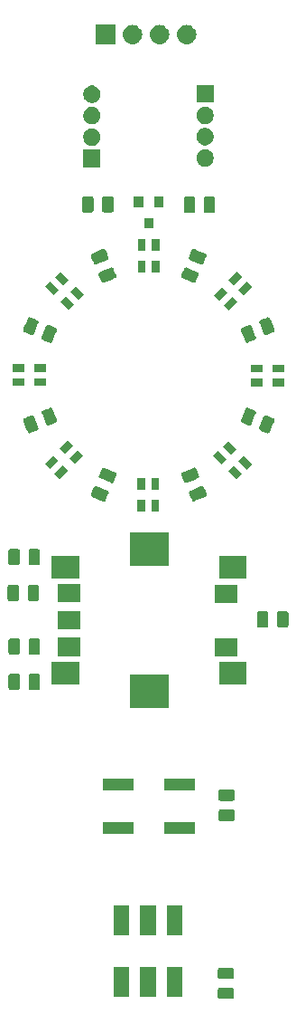
<source format=gbr>
G04 #@! TF.GenerationSoftware,KiCad,Pcbnew,(5.1.0-0)*
G04 #@! TF.CreationDate,2020-01-22T16:50:41+01:00*
G04 #@! TF.ProjectId,pino_brd_v01,70696e6f-5f62-4726-945f-7630312e6b69,rev?*
G04 #@! TF.SameCoordinates,Original*
G04 #@! TF.FileFunction,Soldermask,Top*
G04 #@! TF.FilePolarity,Negative*
%FSLAX46Y46*%
G04 Gerber Fmt 4.6, Leading zero omitted, Abs format (unit mm)*
G04 Created by KiCad (PCBNEW (5.1.0-0)) date 2020-01-22 16:50:41*
%MOMM*%
%LPD*%
G04 APERTURE LIST*
%ADD10C,0.100000*%
G04 APERTURE END LIST*
D10*
G36*
X21844268Y6893615D02*
G01*
X21882938Y6881884D01*
X21918577Y6862834D01*
X21949817Y6837197D01*
X21975454Y6805957D01*
X21994504Y6770318D01*
X22006235Y6731648D01*
X22010800Y6685292D01*
X22010800Y6034068D01*
X22006235Y5987712D01*
X21994504Y5949042D01*
X21975454Y5913403D01*
X21949817Y5882163D01*
X21918577Y5856526D01*
X21882938Y5837476D01*
X21844268Y5825745D01*
X21797912Y5821180D01*
X20721688Y5821180D01*
X20675332Y5825745D01*
X20636662Y5837476D01*
X20601023Y5856526D01*
X20569783Y5882163D01*
X20544146Y5913403D01*
X20525096Y5949042D01*
X20513365Y5987712D01*
X20508800Y6034068D01*
X20508800Y6685292D01*
X20513365Y6731648D01*
X20525096Y6770318D01*
X20544146Y6805957D01*
X20569783Y6837197D01*
X20601023Y6862834D01*
X20636662Y6881884D01*
X20675332Y6893615D01*
X20721688Y6898180D01*
X21797912Y6898180D01*
X21844268Y6893615D01*
X21844268Y6893615D01*
G37*
G36*
X14700680Y6020880D02*
G01*
X13198680Y6020880D01*
X13198680Y8822880D01*
X14700680Y8822880D01*
X14700680Y6020880D01*
X14700680Y6020880D01*
G37*
G36*
X12200680Y6020880D02*
G01*
X10698680Y6020880D01*
X10698680Y8822880D01*
X12200680Y8822880D01*
X12200680Y6020880D01*
X12200680Y6020880D01*
G37*
G36*
X17200680Y6020880D02*
G01*
X15698680Y6020880D01*
X15698680Y8822880D01*
X17200680Y8822880D01*
X17200680Y6020880D01*
X17200680Y6020880D01*
G37*
G36*
X21844268Y8768615D02*
G01*
X21882938Y8756884D01*
X21918577Y8737834D01*
X21949817Y8712197D01*
X21975454Y8680957D01*
X21994504Y8645318D01*
X22006235Y8606648D01*
X22010800Y8560292D01*
X22010800Y7909068D01*
X22006235Y7862712D01*
X21994504Y7824042D01*
X21975454Y7788403D01*
X21949817Y7757163D01*
X21918577Y7731526D01*
X21882938Y7712476D01*
X21844268Y7700745D01*
X21797912Y7696180D01*
X20721688Y7696180D01*
X20675332Y7700745D01*
X20636662Y7712476D01*
X20601023Y7731526D01*
X20569783Y7757163D01*
X20544146Y7788403D01*
X20525096Y7824042D01*
X20513365Y7862712D01*
X20508800Y7909068D01*
X20508800Y8560292D01*
X20513365Y8606648D01*
X20525096Y8645318D01*
X20544146Y8680957D01*
X20569783Y8712197D01*
X20601023Y8737834D01*
X20636662Y8756884D01*
X20675332Y8768615D01*
X20721688Y8773180D01*
X21797912Y8773180D01*
X21844268Y8768615D01*
X21844268Y8768615D01*
G37*
G36*
X12200680Y11820880D02*
G01*
X10698680Y11820880D01*
X10698680Y14622880D01*
X12200680Y14622880D01*
X12200680Y11820880D01*
X12200680Y11820880D01*
G37*
G36*
X14700680Y11820880D02*
G01*
X13198680Y11820880D01*
X13198680Y14622880D01*
X14700680Y14622880D01*
X14700680Y11820880D01*
X14700680Y11820880D01*
G37*
G36*
X17200680Y11820880D02*
G01*
X15698680Y11820880D01*
X15698680Y14622880D01*
X17200680Y14622880D01*
X17200680Y11820880D01*
X17200680Y11820880D01*
G37*
G36*
X18336960Y21309760D02*
G01*
X15484960Y21309760D01*
X15484960Y22411760D01*
X18336960Y22411760D01*
X18336960Y21309760D01*
X18336960Y21309760D01*
G37*
G36*
X12576960Y21309760D02*
G01*
X9724960Y21309760D01*
X9724960Y22411760D01*
X12576960Y22411760D01*
X12576960Y21309760D01*
X12576960Y21309760D01*
G37*
G36*
X21910308Y23548635D02*
G01*
X21948978Y23536904D01*
X21984617Y23517854D01*
X22015857Y23492217D01*
X22041494Y23460977D01*
X22060544Y23425338D01*
X22072275Y23386668D01*
X22076840Y23340312D01*
X22076840Y22689088D01*
X22072275Y22642732D01*
X22060544Y22604062D01*
X22041494Y22568423D01*
X22015857Y22537183D01*
X21984617Y22511546D01*
X21948978Y22492496D01*
X21910308Y22480765D01*
X21863952Y22476200D01*
X20787728Y22476200D01*
X20741372Y22480765D01*
X20702702Y22492496D01*
X20667063Y22511546D01*
X20635823Y22537183D01*
X20610186Y22568423D01*
X20591136Y22604062D01*
X20579405Y22642732D01*
X20574840Y22689088D01*
X20574840Y23340312D01*
X20579405Y23386668D01*
X20591136Y23425338D01*
X20610186Y23460977D01*
X20635823Y23492217D01*
X20667063Y23517854D01*
X20702702Y23536904D01*
X20741372Y23548635D01*
X20787728Y23553200D01*
X21863952Y23553200D01*
X21910308Y23548635D01*
X21910308Y23548635D01*
G37*
G36*
X21910308Y25423635D02*
G01*
X21948978Y25411904D01*
X21984617Y25392854D01*
X22015857Y25367217D01*
X22041494Y25335977D01*
X22060544Y25300338D01*
X22072275Y25261668D01*
X22076840Y25215312D01*
X22076840Y24564088D01*
X22072275Y24517732D01*
X22060544Y24479062D01*
X22041494Y24443423D01*
X22015857Y24412183D01*
X21984617Y24386546D01*
X21948978Y24367496D01*
X21910308Y24355765D01*
X21863952Y24351200D01*
X20787728Y24351200D01*
X20741372Y24355765D01*
X20702702Y24367496D01*
X20667063Y24386546D01*
X20635823Y24412183D01*
X20610186Y24443423D01*
X20591136Y24479062D01*
X20579405Y24517732D01*
X20574840Y24564088D01*
X20574840Y25215312D01*
X20579405Y25261668D01*
X20591136Y25300338D01*
X20610186Y25335977D01*
X20635823Y25367217D01*
X20667063Y25392854D01*
X20702702Y25411904D01*
X20741372Y25423635D01*
X20787728Y25428200D01*
X21863952Y25428200D01*
X21910308Y25423635D01*
X21910308Y25423635D01*
G37*
G36*
X18336960Y25309760D02*
G01*
X15484960Y25309760D01*
X15484960Y26411760D01*
X18336960Y26411760D01*
X18336960Y25309760D01*
X18336960Y25309760D01*
G37*
G36*
X12576960Y25309760D02*
G01*
X9724960Y25309760D01*
X9724960Y26411760D01*
X12576960Y26411760D01*
X12576960Y25309760D01*
X12576960Y25309760D01*
G37*
G36*
X15871460Y33054140D02*
G01*
X12269460Y33054140D01*
X12269460Y36156140D01*
X15871460Y36156140D01*
X15871460Y33054140D01*
X15871460Y33054140D01*
G37*
G36*
X3651348Y36230235D02*
G01*
X3690018Y36218504D01*
X3725657Y36199454D01*
X3756897Y36173817D01*
X3782534Y36142577D01*
X3801584Y36106938D01*
X3813315Y36068268D01*
X3817880Y36021912D01*
X3817880Y34945688D01*
X3813315Y34899332D01*
X3801584Y34860662D01*
X3782534Y34825023D01*
X3756897Y34793783D01*
X3725657Y34768146D01*
X3690018Y34749096D01*
X3651348Y34737365D01*
X3604992Y34732800D01*
X2953768Y34732800D01*
X2907412Y34737365D01*
X2868742Y34749096D01*
X2833103Y34768146D01*
X2801863Y34793783D01*
X2776226Y34825023D01*
X2757176Y34860662D01*
X2745445Y34899332D01*
X2740880Y34945688D01*
X2740880Y36021912D01*
X2745445Y36068268D01*
X2757176Y36106938D01*
X2776226Y36142577D01*
X2801863Y36173817D01*
X2833103Y36199454D01*
X2868742Y36218504D01*
X2907412Y36230235D01*
X2953768Y36234800D01*
X3604992Y36234800D01*
X3651348Y36230235D01*
X3651348Y36230235D01*
G37*
G36*
X1776348Y36230235D02*
G01*
X1815018Y36218504D01*
X1850657Y36199454D01*
X1881897Y36173817D01*
X1907534Y36142577D01*
X1926584Y36106938D01*
X1938315Y36068268D01*
X1942880Y36021912D01*
X1942880Y34945688D01*
X1938315Y34899332D01*
X1926584Y34860662D01*
X1907534Y34825023D01*
X1881897Y34793783D01*
X1850657Y34768146D01*
X1815018Y34749096D01*
X1776348Y34737365D01*
X1729992Y34732800D01*
X1078768Y34732800D01*
X1032412Y34737365D01*
X993742Y34749096D01*
X958103Y34768146D01*
X926863Y34793783D01*
X901226Y34825023D01*
X882176Y34860662D01*
X870445Y34899332D01*
X865880Y34945688D01*
X865880Y36021912D01*
X870445Y36068268D01*
X882176Y36106938D01*
X901226Y36142577D01*
X926863Y36173817D01*
X958103Y36199454D01*
X993742Y36218504D01*
X1032412Y36230235D01*
X1078768Y36234800D01*
X1729992Y36234800D01*
X1776348Y36230235D01*
X1776348Y36230235D01*
G37*
G36*
X23221460Y35254140D02*
G01*
X20619460Y35254140D01*
X20619460Y37356140D01*
X23221460Y37356140D01*
X23221460Y35254140D01*
X23221460Y35254140D01*
G37*
G36*
X7521460Y35279140D02*
G01*
X4919460Y35279140D01*
X4919460Y37381140D01*
X7521460Y37381140D01*
X7521460Y35279140D01*
X7521460Y35279140D01*
G37*
G36*
X22346460Y37879140D02*
G01*
X20244460Y37879140D01*
X20244460Y39581140D01*
X22346460Y39581140D01*
X22346460Y37879140D01*
X22346460Y37879140D01*
G37*
G36*
X7596460Y37904140D02*
G01*
X5494460Y37904140D01*
X5494460Y39606140D01*
X7596460Y39606140D01*
X7596460Y37904140D01*
X7596460Y37904140D01*
G37*
G36*
X3651348Y39532235D02*
G01*
X3690018Y39520504D01*
X3725657Y39501454D01*
X3756897Y39475817D01*
X3782534Y39444577D01*
X3801584Y39408938D01*
X3813315Y39370268D01*
X3817880Y39323912D01*
X3817880Y38247688D01*
X3813315Y38201332D01*
X3801584Y38162662D01*
X3782534Y38127023D01*
X3756897Y38095783D01*
X3725657Y38070146D01*
X3690018Y38051096D01*
X3651348Y38039365D01*
X3604992Y38034800D01*
X2953768Y38034800D01*
X2907412Y38039365D01*
X2868742Y38051096D01*
X2833103Y38070146D01*
X2801863Y38095783D01*
X2776226Y38127023D01*
X2757176Y38162662D01*
X2745445Y38201332D01*
X2740880Y38247688D01*
X2740880Y39323912D01*
X2745445Y39370268D01*
X2757176Y39408938D01*
X2776226Y39444577D01*
X2801863Y39475817D01*
X2833103Y39501454D01*
X2868742Y39520504D01*
X2907412Y39532235D01*
X2953768Y39536800D01*
X3604992Y39536800D01*
X3651348Y39532235D01*
X3651348Y39532235D01*
G37*
G36*
X1776348Y39532235D02*
G01*
X1815018Y39520504D01*
X1850657Y39501454D01*
X1881897Y39475817D01*
X1907534Y39444577D01*
X1926584Y39408938D01*
X1938315Y39370268D01*
X1942880Y39323912D01*
X1942880Y38247688D01*
X1938315Y38201332D01*
X1926584Y38162662D01*
X1907534Y38127023D01*
X1881897Y38095783D01*
X1850657Y38070146D01*
X1815018Y38051096D01*
X1776348Y38039365D01*
X1729992Y38034800D01*
X1078768Y38034800D01*
X1032412Y38039365D01*
X993742Y38051096D01*
X958103Y38070146D01*
X926863Y38095783D01*
X901226Y38127023D01*
X882176Y38162662D01*
X870445Y38201332D01*
X865880Y38247688D01*
X865880Y39323912D01*
X870445Y39370268D01*
X882176Y39408938D01*
X901226Y39444577D01*
X926863Y39475817D01*
X958103Y39501454D01*
X993742Y39520504D01*
X1032412Y39532235D01*
X1078768Y39536800D01*
X1729992Y39536800D01*
X1776348Y39532235D01*
X1776348Y39532235D01*
G37*
G36*
X7596460Y40404140D02*
G01*
X5494460Y40404140D01*
X5494460Y42106140D01*
X7596460Y42106140D01*
X7596460Y40404140D01*
X7596460Y40404140D01*
G37*
G36*
X25091248Y42077315D02*
G01*
X25129918Y42065584D01*
X25165557Y42046534D01*
X25196797Y42020897D01*
X25222434Y41989657D01*
X25241484Y41954018D01*
X25253215Y41915348D01*
X25257780Y41868992D01*
X25257780Y40792768D01*
X25253215Y40746412D01*
X25241484Y40707742D01*
X25222434Y40672103D01*
X25196797Y40640863D01*
X25165557Y40615226D01*
X25129918Y40596176D01*
X25091248Y40584445D01*
X25044892Y40579880D01*
X24393668Y40579880D01*
X24347312Y40584445D01*
X24308642Y40596176D01*
X24273003Y40615226D01*
X24241763Y40640863D01*
X24216126Y40672103D01*
X24197076Y40707742D01*
X24185345Y40746412D01*
X24180780Y40792768D01*
X24180780Y41868992D01*
X24185345Y41915348D01*
X24197076Y41954018D01*
X24216126Y41989657D01*
X24241763Y42020897D01*
X24273003Y42046534D01*
X24308642Y42065584D01*
X24347312Y42077315D01*
X24393668Y42081880D01*
X25044892Y42081880D01*
X25091248Y42077315D01*
X25091248Y42077315D01*
G37*
G36*
X26966248Y42077315D02*
G01*
X27004918Y42065584D01*
X27040557Y42046534D01*
X27071797Y42020897D01*
X27097434Y41989657D01*
X27116484Y41954018D01*
X27128215Y41915348D01*
X27132780Y41868992D01*
X27132780Y40792768D01*
X27128215Y40746412D01*
X27116484Y40707742D01*
X27097434Y40672103D01*
X27071797Y40640863D01*
X27040557Y40615226D01*
X27004918Y40596176D01*
X26966248Y40584445D01*
X26919892Y40579880D01*
X26268668Y40579880D01*
X26222312Y40584445D01*
X26183642Y40596176D01*
X26148003Y40615226D01*
X26116763Y40640863D01*
X26091126Y40672103D01*
X26072076Y40707742D01*
X26060345Y40746412D01*
X26055780Y40792768D01*
X26055780Y41868992D01*
X26060345Y41915348D01*
X26072076Y41954018D01*
X26091126Y41989657D01*
X26116763Y42020897D01*
X26148003Y42046534D01*
X26183642Y42065584D01*
X26222312Y42077315D01*
X26268668Y42081880D01*
X26919892Y42081880D01*
X26966248Y42077315D01*
X26966248Y42077315D01*
G37*
G36*
X22346460Y42879140D02*
G01*
X20244460Y42879140D01*
X20244460Y44581140D01*
X22346460Y44581140D01*
X22346460Y42879140D01*
X22346460Y42879140D01*
G37*
G36*
X7596460Y42929140D02*
G01*
X5494460Y42929140D01*
X5494460Y44631140D01*
X7596460Y44631140D01*
X7596460Y42929140D01*
X7596460Y42929140D01*
G37*
G36*
X1692288Y44546195D02*
G01*
X1730958Y44534464D01*
X1766597Y44515414D01*
X1797837Y44489777D01*
X1823474Y44458537D01*
X1842524Y44422898D01*
X1854255Y44384228D01*
X1858820Y44337872D01*
X1858820Y43261648D01*
X1854255Y43215292D01*
X1842524Y43176622D01*
X1823474Y43140983D01*
X1797837Y43109743D01*
X1766597Y43084106D01*
X1730958Y43065056D01*
X1692288Y43053325D01*
X1645932Y43048760D01*
X994708Y43048760D01*
X948352Y43053325D01*
X909682Y43065056D01*
X874043Y43084106D01*
X842803Y43109743D01*
X817166Y43140983D01*
X798116Y43176622D01*
X786385Y43215292D01*
X781820Y43261648D01*
X781820Y44337872D01*
X786385Y44384228D01*
X798116Y44422898D01*
X817166Y44458537D01*
X842803Y44489777D01*
X874043Y44515414D01*
X909682Y44534464D01*
X948352Y44546195D01*
X994708Y44550760D01*
X1645932Y44550760D01*
X1692288Y44546195D01*
X1692288Y44546195D01*
G37*
G36*
X3567288Y44546195D02*
G01*
X3605958Y44534464D01*
X3641597Y44515414D01*
X3672837Y44489777D01*
X3698474Y44458537D01*
X3717524Y44422898D01*
X3729255Y44384228D01*
X3733820Y44337872D01*
X3733820Y43261648D01*
X3729255Y43215292D01*
X3717524Y43176622D01*
X3698474Y43140983D01*
X3672837Y43109743D01*
X3641597Y43084106D01*
X3605958Y43065056D01*
X3567288Y43053325D01*
X3520932Y43048760D01*
X2869708Y43048760D01*
X2823352Y43053325D01*
X2784682Y43065056D01*
X2749043Y43084106D01*
X2717803Y43109743D01*
X2692166Y43140983D01*
X2673116Y43176622D01*
X2661385Y43215292D01*
X2656820Y43261648D01*
X2656820Y44337872D01*
X2661385Y44384228D01*
X2673116Y44422898D01*
X2692166Y44458537D01*
X2717803Y44489777D01*
X2749043Y44515414D01*
X2784682Y44534464D01*
X2823352Y44546195D01*
X2869708Y44550760D01*
X3520932Y44550760D01*
X3567288Y44546195D01*
X3567288Y44546195D01*
G37*
G36*
X23221460Y45154140D02*
G01*
X20619460Y45154140D01*
X20619460Y47256140D01*
X23221460Y47256140D01*
X23221460Y45154140D01*
X23221460Y45154140D01*
G37*
G36*
X7521460Y45154140D02*
G01*
X4919460Y45154140D01*
X4919460Y47256140D01*
X7521460Y47256140D01*
X7521460Y45154140D01*
X7521460Y45154140D01*
G37*
G36*
X15871460Y46354140D02*
G01*
X12269460Y46354140D01*
X12269460Y49456140D01*
X15871460Y49456140D01*
X15871460Y46354140D01*
X15871460Y46354140D01*
G37*
G36*
X1774048Y47904075D02*
G01*
X1812718Y47892344D01*
X1848357Y47873294D01*
X1879597Y47847657D01*
X1905234Y47816417D01*
X1924284Y47780778D01*
X1936015Y47742108D01*
X1940580Y47695752D01*
X1940580Y46619528D01*
X1936015Y46573172D01*
X1924284Y46534502D01*
X1905234Y46498863D01*
X1879597Y46467623D01*
X1848357Y46441986D01*
X1812718Y46422936D01*
X1774048Y46411205D01*
X1727692Y46406640D01*
X1076468Y46406640D01*
X1030112Y46411205D01*
X991442Y46422936D01*
X955803Y46441986D01*
X924563Y46467623D01*
X898926Y46498863D01*
X879876Y46534502D01*
X868145Y46573172D01*
X863580Y46619528D01*
X863580Y47695752D01*
X868145Y47742108D01*
X879876Y47780778D01*
X898926Y47816417D01*
X924563Y47847657D01*
X955803Y47873294D01*
X991442Y47892344D01*
X1030112Y47904075D01*
X1076468Y47908640D01*
X1727692Y47908640D01*
X1774048Y47904075D01*
X1774048Y47904075D01*
G37*
G36*
X3649048Y47904075D02*
G01*
X3687718Y47892344D01*
X3723357Y47873294D01*
X3754597Y47847657D01*
X3780234Y47816417D01*
X3799284Y47780778D01*
X3811015Y47742108D01*
X3815580Y47695752D01*
X3815580Y46619528D01*
X3811015Y46573172D01*
X3799284Y46534502D01*
X3780234Y46498863D01*
X3754597Y46467623D01*
X3723357Y46441986D01*
X3687718Y46422936D01*
X3649048Y46411205D01*
X3602692Y46406640D01*
X2951468Y46406640D01*
X2905112Y46411205D01*
X2866442Y46422936D01*
X2830803Y46441986D01*
X2799563Y46467623D01*
X2773926Y46498863D01*
X2754876Y46534502D01*
X2743145Y46573172D01*
X2738580Y46619528D01*
X2738580Y47695752D01*
X2743145Y47742108D01*
X2754876Y47780778D01*
X2773926Y47816417D01*
X2799563Y47847657D01*
X2830803Y47873294D01*
X2866442Y47892344D01*
X2905112Y47904075D01*
X2951468Y47908640D01*
X3602692Y47908640D01*
X3649048Y47904075D01*
X3649048Y47904075D01*
G37*
G36*
X13670146Y51425372D02*
G01*
X12968146Y51425372D01*
X12968146Y52527372D01*
X13670146Y52527372D01*
X13670146Y51425372D01*
X13670146Y51425372D01*
G37*
G36*
X14970146Y51425372D02*
G01*
X14268146Y51425372D01*
X14268146Y52527372D01*
X14970146Y52527372D01*
X14970146Y51425372D01*
X14970146Y51425372D01*
G37*
G36*
X9113238Y53791873D02*
G01*
X9157700Y53777961D01*
X10148361Y53357450D01*
X10189250Y53335134D01*
X10220260Y53309228D01*
X10245627Y53277763D01*
X10264365Y53241956D01*
X10275758Y53203187D01*
X10279367Y53162937D01*
X10275056Y53122758D01*
X10261144Y53078296D01*
X10006694Y52478850D01*
X9984378Y52437961D01*
X9958472Y52406951D01*
X9927007Y52381584D01*
X9891200Y52362846D01*
X9852431Y52351453D01*
X9812181Y52347844D01*
X9772002Y52352155D01*
X9727540Y52366067D01*
X8736879Y52786578D01*
X8695990Y52808894D01*
X8664980Y52834800D01*
X8639613Y52866265D01*
X8620875Y52902072D01*
X8609482Y52940841D01*
X8605873Y52981091D01*
X8610184Y53021270D01*
X8624096Y53065732D01*
X8878546Y53665178D01*
X8900862Y53706067D01*
X8926768Y53737077D01*
X8958233Y53762444D01*
X8994040Y53781182D01*
X9032809Y53792575D01*
X9073059Y53796184D01*
X9113238Y53791873D01*
X9113238Y53791873D01*
G37*
G36*
X19049523Y53787716D02*
G01*
X19088196Y53775985D01*
X19123833Y53756936D01*
X19155073Y53731299D01*
X19180710Y53700059D01*
X19202667Y53658981D01*
X19224234Y53606913D01*
X19224236Y53606910D01*
X19334634Y53340386D01*
X19451879Y53057332D01*
X19465401Y53012755D01*
X19469362Y52972538D01*
X19465402Y52932320D01*
X19453671Y52893650D01*
X19434621Y52858011D01*
X19408984Y52826771D01*
X19377744Y52801134D01*
X19336666Y52779177D01*
X19070734Y52669025D01*
X18394436Y52388893D01*
X18394428Y52388891D01*
X18342364Y52367325D01*
X18297792Y52353803D01*
X18257576Y52349843D01*
X18217357Y52353804D01*
X18178684Y52365535D01*
X18143047Y52384584D01*
X18111807Y52410221D01*
X18086170Y52441461D01*
X18064213Y52482539D01*
X17938276Y52786578D01*
X17877907Y52932320D01*
X17815001Y53084188D01*
X17801479Y53128765D01*
X17797518Y53168984D01*
X17801478Y53209200D01*
X17813209Y53247870D01*
X17832259Y53283509D01*
X17857896Y53314749D01*
X17889136Y53340386D01*
X17930214Y53362343D01*
X18196146Y53472495D01*
X18872444Y53752627D01*
X18872452Y53752629D01*
X18924516Y53774195D01*
X18969088Y53787717D01*
X19009304Y53791677D01*
X19049523Y53787716D01*
X19049523Y53787716D01*
G37*
G36*
X13670146Y53425372D02*
G01*
X12968146Y53425372D01*
X12968146Y54527372D01*
X13670146Y54527372D01*
X13670146Y53425372D01*
X13670146Y53425372D01*
G37*
G36*
X14970146Y53425372D02*
G01*
X14268146Y53425372D01*
X14268146Y54527372D01*
X14970146Y54527372D01*
X14970146Y53425372D01*
X14970146Y53425372D01*
G37*
G36*
X9845858Y55517819D02*
G01*
X9890320Y55503907D01*
X10880981Y55083396D01*
X10921870Y55061080D01*
X10952880Y55035174D01*
X10978247Y55003709D01*
X10996985Y54967902D01*
X11008378Y54929133D01*
X11011987Y54888883D01*
X11007676Y54848704D01*
X10993764Y54804242D01*
X10739314Y54204796D01*
X10716998Y54163907D01*
X10691092Y54132897D01*
X10659627Y54107530D01*
X10623820Y54088792D01*
X10585051Y54077399D01*
X10544801Y54073790D01*
X10504622Y54078101D01*
X10460160Y54092013D01*
X9469499Y54512524D01*
X9428610Y54534840D01*
X9397600Y54560746D01*
X9372233Y54592211D01*
X9353495Y54628018D01*
X9342102Y54666787D01*
X9338493Y54707037D01*
X9342804Y54747216D01*
X9356716Y54791678D01*
X9611166Y55391124D01*
X9633482Y55432013D01*
X9659388Y55463023D01*
X9690853Y55488390D01*
X9726660Y55507128D01*
X9765429Y55518521D01*
X9805679Y55522130D01*
X9845858Y55517819D01*
X9845858Y55517819D01*
G37*
G36*
X18331991Y55519990D02*
G01*
X18370664Y55508259D01*
X18406301Y55489210D01*
X18437541Y55463573D01*
X18463178Y55432333D01*
X18485135Y55391255D01*
X18734347Y54789606D01*
X18747869Y54745029D01*
X18751830Y54704812D01*
X18747870Y54664594D01*
X18736139Y54625924D01*
X18717089Y54590285D01*
X18691452Y54559045D01*
X18660212Y54533408D01*
X18619134Y54511451D01*
X18353202Y54401299D01*
X17676904Y54121167D01*
X17676896Y54121165D01*
X17624832Y54099599D01*
X17580260Y54086077D01*
X17540044Y54082117D01*
X17499825Y54086078D01*
X17461152Y54097809D01*
X17425515Y54116858D01*
X17394275Y54142495D01*
X17368638Y54173735D01*
X17346681Y54214813D01*
X17097469Y54816462D01*
X17083947Y54861039D01*
X17079986Y54901258D01*
X17083946Y54941474D01*
X17095677Y54980144D01*
X17114727Y55015783D01*
X17140364Y55047023D01*
X17171604Y55072660D01*
X17212682Y55094617D01*
X17573625Y55244124D01*
X18154912Y55484901D01*
X18154920Y55484903D01*
X18206984Y55506469D01*
X18251556Y55519991D01*
X18291772Y55523951D01*
X18331991Y55519990D01*
X18331991Y55519990D01*
G37*
G36*
X22768627Y54925323D02*
G01*
X22272238Y54428934D01*
X21493007Y55208165D01*
X21989396Y55704554D01*
X22768627Y54925323D01*
X22768627Y54925323D01*
G37*
G36*
X6460180Y55244124D02*
G01*
X5680949Y54464893D01*
X5184560Y54961282D01*
X5963791Y55740513D01*
X6460180Y55244124D01*
X6460180Y55244124D01*
G37*
G36*
X23687866Y55844562D02*
G01*
X23191477Y55348173D01*
X22412246Y56127404D01*
X22908635Y56623793D01*
X23687866Y55844562D01*
X23687866Y55844562D01*
G37*
G36*
X5540941Y56163363D02*
G01*
X4761710Y55384132D01*
X4265321Y55880521D01*
X5044552Y56659752D01*
X5540941Y56163363D01*
X5540941Y56163363D01*
G37*
G36*
X21354414Y56339536D02*
G01*
X20858025Y55843147D01*
X20078794Y56622378D01*
X20575183Y57118767D01*
X21354414Y56339536D01*
X21354414Y56339536D01*
G37*
G36*
X7874393Y56658337D02*
G01*
X7095162Y55879106D01*
X6598773Y56375495D01*
X7378004Y57154726D01*
X7874393Y56658337D01*
X7874393Y56658337D01*
G37*
G36*
X22273653Y57258775D02*
G01*
X21777264Y56762386D01*
X20998033Y57541617D01*
X21494422Y58038006D01*
X22273653Y57258775D01*
X22273653Y57258775D01*
G37*
G36*
X6955154Y57577576D02*
G01*
X6175923Y56798345D01*
X5679534Y57294734D01*
X6458765Y58073965D01*
X6955154Y57577576D01*
X6955154Y57577576D01*
G37*
G36*
X3097543Y60401956D02*
G01*
X3136213Y60390225D01*
X3171852Y60371175D01*
X3203092Y60345538D01*
X3228729Y60314298D01*
X3250686Y60273220D01*
X3272255Y60221147D01*
X3640970Y59330990D01*
X3640972Y59330982D01*
X3662538Y59278918D01*
X3676060Y59234346D01*
X3680020Y59194130D01*
X3676059Y59153911D01*
X3664328Y59115238D01*
X3645279Y59079601D01*
X3619642Y59048361D01*
X3588402Y59022724D01*
X3547324Y59000767D01*
X3495256Y58979200D01*
X3495253Y58979198D01*
X3349538Y58918841D01*
X2945675Y58751555D01*
X2901098Y58738033D01*
X2860879Y58734072D01*
X2820663Y58738032D01*
X2781993Y58749763D01*
X2746354Y58768813D01*
X2715114Y58794450D01*
X2689477Y58825690D01*
X2667520Y58866768D01*
X2548582Y59153911D01*
X2277236Y59808998D01*
X2277234Y59809006D01*
X2255668Y59861070D01*
X2242146Y59905642D01*
X2238186Y59945860D01*
X2242147Y59986077D01*
X2253878Y60024750D01*
X2272927Y60060387D01*
X2298564Y60091627D01*
X2329804Y60117264D01*
X2370882Y60139221D01*
X2422950Y60160788D01*
X2422953Y60160790D01*
X2736676Y60290738D01*
X2972531Y60388433D01*
X3017108Y60401955D01*
X3057327Y60405916D01*
X3097543Y60401956D01*
X3097543Y60401956D01*
G37*
G36*
X25054973Y60401956D02*
G01*
X25099545Y60388434D01*
X25151615Y60366866D01*
X25151618Y60366865D01*
X25649127Y60160790D01*
X25649131Y60160788D01*
X25701198Y60139221D01*
X25742276Y60117264D01*
X25773516Y60091627D01*
X25799153Y60060387D01*
X25818203Y60024748D01*
X25829934Y59986078D01*
X25833894Y59945862D01*
X25829933Y59905643D01*
X25816411Y59861066D01*
X25794845Y59809000D01*
X25794844Y59808998D01*
X25671816Y59511982D01*
X25404560Y58866768D01*
X25382603Y58825690D01*
X25356966Y58794450D01*
X25325726Y58768813D01*
X25290089Y58749764D01*
X25251416Y58738033D01*
X25211197Y58734072D01*
X25170981Y58738032D01*
X25126409Y58751554D01*
X25074339Y58773122D01*
X25074336Y58773123D01*
X24576827Y58979198D01*
X24576823Y58979200D01*
X24524756Y59000767D01*
X24483678Y59022724D01*
X24452438Y59048361D01*
X24426801Y59079601D01*
X24407751Y59115240D01*
X24396020Y59153910D01*
X24392060Y59194128D01*
X24396021Y59234345D01*
X24409543Y59278922D01*
X24487570Y59467295D01*
X24663884Y59892957D01*
X24821394Y60273220D01*
X24843351Y60314298D01*
X24868988Y60345538D01*
X24900228Y60371175D01*
X24935865Y60390224D01*
X24974538Y60401955D01*
X25014757Y60405916D01*
X25054973Y60401956D01*
X25054973Y60401956D01*
G37*
G36*
X4829817Y61119488D02*
G01*
X4868487Y61107757D01*
X4904126Y61088707D01*
X4935366Y61063070D01*
X4961003Y61031830D01*
X4982960Y60990752D01*
X5004529Y60938679D01*
X5373244Y60048522D01*
X5373246Y60048514D01*
X5394812Y59996450D01*
X5408334Y59951878D01*
X5412294Y59911662D01*
X5408333Y59871443D01*
X5396602Y59832770D01*
X5377553Y59797133D01*
X5351916Y59765893D01*
X5320676Y59740256D01*
X5279598Y59718299D01*
X5227530Y59696732D01*
X5227527Y59696730D01*
X5081812Y59636373D01*
X4677949Y59469087D01*
X4633372Y59455565D01*
X4593153Y59451604D01*
X4552937Y59455564D01*
X4514267Y59467295D01*
X4478628Y59486345D01*
X4447388Y59511982D01*
X4421751Y59543222D01*
X4399794Y59584300D01*
X4280856Y59871443D01*
X4009510Y60526530D01*
X4009508Y60526538D01*
X3987942Y60578602D01*
X3974420Y60623174D01*
X3970460Y60663392D01*
X3974421Y60703609D01*
X3986152Y60742282D01*
X4005201Y60777919D01*
X4030838Y60809159D01*
X4062078Y60834796D01*
X4103156Y60856753D01*
X4155224Y60878320D01*
X4155227Y60878322D01*
X4468950Y61008270D01*
X4704805Y61105965D01*
X4749382Y61119487D01*
X4789601Y61123448D01*
X4829817Y61119488D01*
X4829817Y61119488D01*
G37*
G36*
X23322699Y61119488D02*
G01*
X23367271Y61105966D01*
X23419341Y61084398D01*
X23419344Y61084397D01*
X23916853Y60878322D01*
X23916857Y60878320D01*
X23968924Y60856753D01*
X24010002Y60834796D01*
X24041242Y60809159D01*
X24066879Y60777919D01*
X24085929Y60742280D01*
X24097660Y60703610D01*
X24101620Y60663394D01*
X24097659Y60623175D01*
X24084137Y60578598D01*
X24062571Y60526532D01*
X24062570Y60526530D01*
X23987601Y60345538D01*
X23672286Y59584300D01*
X23650329Y59543222D01*
X23624692Y59511982D01*
X23593452Y59486345D01*
X23557815Y59467296D01*
X23519142Y59455565D01*
X23478923Y59451604D01*
X23438707Y59455564D01*
X23394135Y59469086D01*
X23342065Y59490654D01*
X23342062Y59490655D01*
X22844553Y59696730D01*
X22844549Y59696732D01*
X22792482Y59718299D01*
X22751404Y59740256D01*
X22720164Y59765893D01*
X22694527Y59797133D01*
X22675477Y59832772D01*
X22663746Y59871442D01*
X22659786Y59911660D01*
X22663747Y59951877D01*
X22677269Y59996454D01*
X22735033Y60135908D01*
X22918402Y60578602D01*
X23089120Y60990752D01*
X23111077Y61031830D01*
X23136714Y61063070D01*
X23167954Y61088707D01*
X23203591Y61107756D01*
X23242264Y61119487D01*
X23282483Y61123448D01*
X23322699Y61119488D01*
X23322699Y61119488D01*
G37*
G36*
X26727387Y63131759D02*
G01*
X25625387Y63131759D01*
X25625387Y63833759D01*
X26727387Y63833759D01*
X26727387Y63131759D01*
X26727387Y63131759D01*
G37*
G36*
X24727387Y63131759D02*
G01*
X23625387Y63131759D01*
X23625387Y63833759D01*
X24727387Y63833759D01*
X24727387Y63131759D01*
X24727387Y63131759D01*
G37*
G36*
X4363759Y63182613D02*
G01*
X3261759Y63182613D01*
X3261759Y63884613D01*
X4363759Y63884613D01*
X4363759Y63182613D01*
X4363759Y63182613D01*
G37*
G36*
X2363759Y63182613D02*
G01*
X1261759Y63182613D01*
X1261759Y63884613D01*
X2363759Y63884613D01*
X2363759Y63182613D01*
X2363759Y63182613D01*
G37*
G36*
X26727387Y64431759D02*
G01*
X25625387Y64431759D01*
X25625387Y65133759D01*
X26727387Y65133759D01*
X26727387Y64431759D01*
X26727387Y64431759D01*
G37*
G36*
X24727387Y64431759D02*
G01*
X23625387Y64431759D01*
X23625387Y65133759D01*
X24727387Y65133759D01*
X24727387Y64431759D01*
X24727387Y64431759D01*
G37*
G36*
X2363759Y64482613D02*
G01*
X1261759Y64482613D01*
X1261759Y65184613D01*
X2363759Y65184613D01*
X2363759Y64482613D01*
X2363759Y64482613D01*
G37*
G36*
X4363759Y64482613D02*
G01*
X3261759Y64482613D01*
X3261759Y65184613D01*
X4363759Y65184613D01*
X4363759Y64482613D01*
X4363759Y64482613D01*
G37*
G36*
X4630836Y68863322D02*
G01*
X4675408Y68849800D01*
X4727478Y68828232D01*
X4727481Y68828231D01*
X5224990Y68622156D01*
X5224994Y68622154D01*
X5277061Y68600587D01*
X5318139Y68578630D01*
X5349379Y68552993D01*
X5375016Y68521753D01*
X5394066Y68486114D01*
X5405797Y68447444D01*
X5409757Y68407228D01*
X5405796Y68367009D01*
X5392274Y68322432D01*
X5370708Y68270366D01*
X5370707Y68270364D01*
X5247679Y67973348D01*
X4980423Y67328134D01*
X4958466Y67287056D01*
X4932829Y67255816D01*
X4901589Y67230179D01*
X4865952Y67211130D01*
X4827279Y67199399D01*
X4787060Y67195438D01*
X4746844Y67199398D01*
X4702272Y67212920D01*
X4650202Y67234488D01*
X4650199Y67234489D01*
X4152690Y67440564D01*
X4152686Y67440566D01*
X4100619Y67462133D01*
X4059541Y67484090D01*
X4028301Y67509727D01*
X4002664Y67540967D01*
X3983614Y67576606D01*
X3971883Y67615276D01*
X3967923Y67655494D01*
X3971884Y67695711D01*
X3985406Y67740288D01*
X4063433Y67928661D01*
X4239747Y68354323D01*
X4397257Y68734586D01*
X4419214Y68775664D01*
X4444851Y68806904D01*
X4476091Y68832541D01*
X4511728Y68851590D01*
X4550401Y68863321D01*
X4590620Y68867282D01*
X4630836Y68863322D01*
X4630836Y68863322D01*
G37*
G36*
X23521680Y68863322D02*
G01*
X23560350Y68851591D01*
X23595989Y68832541D01*
X23627229Y68806904D01*
X23652866Y68775664D01*
X23674823Y68734586D01*
X23696392Y68682513D01*
X24065107Y67792356D01*
X24065109Y67792348D01*
X24086675Y67740284D01*
X24100197Y67695712D01*
X24104157Y67655496D01*
X24100196Y67615277D01*
X24088465Y67576604D01*
X24069416Y67540967D01*
X24043779Y67509727D01*
X24012539Y67484090D01*
X23971461Y67462133D01*
X23919393Y67440566D01*
X23919390Y67440564D01*
X23773675Y67380207D01*
X23369812Y67212921D01*
X23325235Y67199399D01*
X23285016Y67195438D01*
X23244800Y67199398D01*
X23206130Y67211129D01*
X23170491Y67230179D01*
X23139251Y67255816D01*
X23113614Y67287056D01*
X23091657Y67328134D01*
X22972719Y67615277D01*
X22701373Y68270364D01*
X22701371Y68270372D01*
X22679805Y68322436D01*
X22666283Y68367008D01*
X22662323Y68407226D01*
X22666284Y68447443D01*
X22678015Y68486116D01*
X22697064Y68521753D01*
X22722701Y68552993D01*
X22753941Y68578630D01*
X22795019Y68600587D01*
X22847087Y68622154D01*
X22847090Y68622156D01*
X23160813Y68752104D01*
X23396668Y68849799D01*
X23441245Y68863321D01*
X23481464Y68867282D01*
X23521680Y68863322D01*
X23521680Y68863322D01*
G37*
G36*
X25253954Y69580854D02*
G01*
X25292624Y69569123D01*
X25328263Y69550073D01*
X25359503Y69524436D01*
X25385140Y69493196D01*
X25407097Y69452118D01*
X25428666Y69400045D01*
X25797381Y68509888D01*
X25797383Y68509880D01*
X25818949Y68457816D01*
X25832471Y68413244D01*
X25836431Y68373028D01*
X25832470Y68332809D01*
X25820739Y68294136D01*
X25801690Y68258499D01*
X25776053Y68227259D01*
X25744813Y68201622D01*
X25703735Y68179665D01*
X25651667Y68158098D01*
X25651664Y68158096D01*
X25505949Y68097739D01*
X25102086Y67930453D01*
X25057509Y67916931D01*
X25017290Y67912970D01*
X24977074Y67916930D01*
X24938404Y67928661D01*
X24902765Y67947711D01*
X24871525Y67973348D01*
X24845888Y68004588D01*
X24823931Y68045666D01*
X24704993Y68332809D01*
X24433647Y68987896D01*
X24433645Y68987904D01*
X24412079Y69039968D01*
X24398557Y69084540D01*
X24394597Y69124758D01*
X24398558Y69164975D01*
X24410289Y69203648D01*
X24429338Y69239285D01*
X24454975Y69270525D01*
X24486215Y69296162D01*
X24527293Y69318119D01*
X24579361Y69339686D01*
X24579364Y69339688D01*
X24893087Y69469636D01*
X25128942Y69567331D01*
X25173519Y69580853D01*
X25213738Y69584814D01*
X25253954Y69580854D01*
X25253954Y69580854D01*
G37*
G36*
X2898562Y69580854D02*
G01*
X2943134Y69567332D01*
X2995204Y69545764D01*
X2995207Y69545763D01*
X3492716Y69339688D01*
X3492720Y69339686D01*
X3544787Y69318119D01*
X3585865Y69296162D01*
X3617105Y69270525D01*
X3642742Y69239285D01*
X3661792Y69203646D01*
X3673523Y69164976D01*
X3677483Y69124760D01*
X3673522Y69084541D01*
X3660000Y69039964D01*
X3638434Y68987898D01*
X3638433Y68987896D01*
X3563464Y68806904D01*
X3248149Y68045666D01*
X3226192Y68004588D01*
X3200555Y67973348D01*
X3169315Y67947711D01*
X3133678Y67928662D01*
X3095005Y67916931D01*
X3054786Y67912970D01*
X3014570Y67916930D01*
X2969998Y67930452D01*
X2917928Y67952020D01*
X2917925Y67952021D01*
X2420416Y68158096D01*
X2420412Y68158098D01*
X2368345Y68179665D01*
X2327267Y68201622D01*
X2296027Y68227259D01*
X2270390Y68258499D01*
X2251340Y68294138D01*
X2239609Y68332808D01*
X2235649Y68373026D01*
X2239610Y68413243D01*
X2253132Y68457820D01*
X2310896Y68597274D01*
X2494265Y69039968D01*
X2664983Y69452118D01*
X2686940Y69493196D01*
X2712577Y69524436D01*
X2743817Y69550073D01*
X2779454Y69569122D01*
X2818127Y69580853D01*
X2858346Y69584814D01*
X2898562Y69580854D01*
X2898562Y69580854D01*
G37*
G36*
X22309612Y71021638D02*
G01*
X21530381Y70242407D01*
X21033992Y70738796D01*
X21813223Y71518027D01*
X22309612Y71021638D01*
X22309612Y71021638D01*
G37*
G36*
X7005297Y70761853D02*
G01*
X6508908Y70265464D01*
X5729677Y71044695D01*
X6226066Y71541084D01*
X7005297Y70761853D01*
X7005297Y70761853D01*
G37*
G36*
X21390373Y71940877D02*
G01*
X20611142Y71161646D01*
X20114753Y71658035D01*
X20893984Y72437266D01*
X21390373Y71940877D01*
X21390373Y71940877D01*
G37*
G36*
X7924536Y71681092D02*
G01*
X7428147Y71184703D01*
X6648916Y71963934D01*
X7145305Y72460323D01*
X7924536Y71681092D01*
X7924536Y71681092D01*
G37*
G36*
X23723825Y72435851D02*
G01*
X22944594Y71656620D01*
X22448205Y72153009D01*
X23227436Y72932240D01*
X23723825Y72435851D01*
X23723825Y72435851D01*
G37*
G36*
X5591084Y72176066D02*
G01*
X5094695Y71679677D01*
X4315464Y72458908D01*
X4811853Y72955297D01*
X5591084Y72176066D01*
X5591084Y72176066D01*
G37*
G36*
X22804586Y73355090D02*
G01*
X22025355Y72575859D01*
X21528966Y73072248D01*
X22308197Y73851479D01*
X22804586Y73355090D01*
X22804586Y73355090D01*
G37*
G36*
X6510323Y73095305D02*
G01*
X6013934Y72598916D01*
X5234703Y73378147D01*
X5731092Y73874536D01*
X6510323Y73095305D01*
X6510323Y73095305D01*
G37*
G36*
X17554859Y74229642D02*
G01*
X17599436Y74216120D01*
X17651502Y74194554D01*
X17651504Y74194553D01*
X17878667Y74100459D01*
X18593734Y73804269D01*
X18634812Y73782312D01*
X18666052Y73756675D01*
X18691689Y73725435D01*
X18710738Y73689798D01*
X18722469Y73651125D01*
X18726430Y73610908D01*
X18722470Y73570690D01*
X18708948Y73526118D01*
X18687380Y73474048D01*
X18687379Y73474045D01*
X18483406Y72981610D01*
X18459735Y72924465D01*
X18437778Y72883387D01*
X18412141Y72852147D01*
X18380901Y72826510D01*
X18345262Y72807460D01*
X18306592Y72795729D01*
X18266376Y72791769D01*
X18226157Y72795730D01*
X18181580Y72809252D01*
X18129514Y72830818D01*
X18129512Y72830819D01*
X17743056Y72990894D01*
X17187282Y73221103D01*
X17146204Y73243060D01*
X17114964Y73268697D01*
X17089327Y73299937D01*
X17070278Y73335574D01*
X17058547Y73374247D01*
X17054586Y73414466D01*
X17058546Y73454682D01*
X17072068Y73499254D01*
X17095739Y73556401D01*
X17299712Y74048836D01*
X17299714Y74048840D01*
X17321281Y74100907D01*
X17343238Y74141985D01*
X17368875Y74173225D01*
X17400115Y74198862D01*
X17435754Y74217912D01*
X17474424Y74229643D01*
X17514640Y74233603D01*
X17554859Y74229642D01*
X17554859Y74229642D01*
G37*
G36*
X10565923Y74234716D02*
G01*
X10604596Y74222985D01*
X10640233Y74203936D01*
X10671473Y74178299D01*
X10697110Y74147059D01*
X10719067Y74105981D01*
X10740634Y74053913D01*
X10740636Y74053910D01*
X10861653Y73761749D01*
X10968279Y73504332D01*
X10981801Y73459755D01*
X10985762Y73419538D01*
X10981802Y73379320D01*
X10970071Y73340650D01*
X10951021Y73305011D01*
X10925384Y73273771D01*
X10894144Y73248134D01*
X10853066Y73226177D01*
X10587134Y73116025D01*
X9910836Y72835893D01*
X9910828Y72835891D01*
X9858764Y72814325D01*
X9814192Y72800803D01*
X9773976Y72796843D01*
X9733757Y72800804D01*
X9695084Y72812535D01*
X9659447Y72831584D01*
X9628207Y72857221D01*
X9602570Y72888461D01*
X9580613Y72929539D01*
X9458471Y73224416D01*
X9406317Y73350325D01*
X9331401Y73531188D01*
X9317879Y73575765D01*
X9313918Y73615984D01*
X9317878Y73656200D01*
X9329609Y73694870D01*
X9348659Y73730509D01*
X9374296Y73761749D01*
X9405536Y73787386D01*
X9446614Y73809343D01*
X9712546Y73919495D01*
X10388844Y74199627D01*
X10388852Y74199629D01*
X10440916Y74221195D01*
X10485488Y74234717D01*
X10525704Y74238677D01*
X10565923Y74234716D01*
X10565923Y74234716D01*
G37*
G36*
X13721000Y73789000D02*
G01*
X13019000Y73789000D01*
X13019000Y74891000D01*
X13721000Y74891000D01*
X13721000Y73789000D01*
X13721000Y73789000D01*
G37*
G36*
X15021000Y73789000D02*
G01*
X14319000Y73789000D01*
X14319000Y74891000D01*
X15021000Y74891000D01*
X15021000Y73789000D01*
X15021000Y73789000D01*
G37*
G36*
X18272391Y75961916D02*
G01*
X18316968Y75948394D01*
X18369034Y75926828D01*
X18369036Y75926827D01*
X18596199Y75832733D01*
X19311266Y75536543D01*
X19352344Y75514586D01*
X19383584Y75488949D01*
X19409221Y75457709D01*
X19428270Y75422072D01*
X19440001Y75383399D01*
X19443962Y75343182D01*
X19440002Y75302964D01*
X19426480Y75258392D01*
X19404912Y75206322D01*
X19404911Y75206319D01*
X19200938Y74713884D01*
X19177267Y74656739D01*
X19155310Y74615661D01*
X19129673Y74584421D01*
X19098433Y74558784D01*
X19062794Y74539734D01*
X19024124Y74528003D01*
X18983908Y74524043D01*
X18943689Y74528004D01*
X18899112Y74541526D01*
X18847046Y74563092D01*
X18847044Y74563093D01*
X18055406Y74891000D01*
X17904814Y74953377D01*
X17863736Y74975334D01*
X17832496Y75000971D01*
X17806859Y75032211D01*
X17787810Y75067848D01*
X17776079Y75106521D01*
X17772118Y75146740D01*
X17776078Y75186956D01*
X17789600Y75231528D01*
X17813271Y75288675D01*
X18017244Y75781110D01*
X18017246Y75781114D01*
X18038813Y75833181D01*
X18060770Y75874259D01*
X18086407Y75905499D01*
X18117647Y75931136D01*
X18153286Y75950186D01*
X18191956Y75961917D01*
X18232172Y75965877D01*
X18272391Y75961916D01*
X18272391Y75961916D01*
G37*
G36*
X9848391Y75966990D02*
G01*
X9887064Y75955259D01*
X9922701Y75936210D01*
X9953941Y75910573D01*
X9979578Y75879333D01*
X10001535Y75838255D01*
X10023102Y75786187D01*
X10023104Y75786184D01*
X10144121Y75494023D01*
X10250747Y75236606D01*
X10264269Y75192029D01*
X10268230Y75151812D01*
X10264270Y75111594D01*
X10252539Y75072924D01*
X10233489Y75037285D01*
X10207852Y75006045D01*
X10176612Y74980408D01*
X10135534Y74958451D01*
X9972692Y74891000D01*
X9193304Y74568167D01*
X9193296Y74568165D01*
X9141232Y74546599D01*
X9096660Y74533077D01*
X9056444Y74529117D01*
X9016225Y74533078D01*
X8977552Y74544809D01*
X8941915Y74563858D01*
X8910675Y74589495D01*
X8885038Y74620735D01*
X8863081Y74661813D01*
X8740939Y74956690D01*
X8643458Y75192029D01*
X8613869Y75263462D01*
X8600347Y75308039D01*
X8596386Y75348258D01*
X8600346Y75388474D01*
X8612077Y75427144D01*
X8631127Y75462783D01*
X8656764Y75494023D01*
X8688004Y75519660D01*
X8729082Y75541617D01*
X8995014Y75651769D01*
X9671312Y75931901D01*
X9671320Y75931903D01*
X9723384Y75953469D01*
X9767956Y75966991D01*
X9808172Y75970951D01*
X9848391Y75966990D01*
X9848391Y75966990D01*
G37*
G36*
X15021000Y75789000D02*
G01*
X14319000Y75789000D01*
X14319000Y76891000D01*
X15021000Y76891000D01*
X15021000Y75789000D01*
X15021000Y75789000D01*
G37*
G36*
X13721000Y75789000D02*
G01*
X13019000Y75789000D01*
X13019000Y76891000D01*
X13721000Y76891000D01*
X13721000Y75789000D01*
X13721000Y75789000D01*
G37*
G36*
X14476840Y77882380D02*
G01*
X13574840Y77882380D01*
X13574840Y78884380D01*
X14476840Y78884380D01*
X14476840Y77882380D01*
X14476840Y77882380D01*
G37*
G36*
X18215468Y80850415D02*
G01*
X18254138Y80838684D01*
X18289777Y80819634D01*
X18321017Y80793997D01*
X18346654Y80762757D01*
X18365704Y80727118D01*
X18377435Y80688448D01*
X18382000Y80642092D01*
X18382000Y79565868D01*
X18377435Y79519512D01*
X18365704Y79480842D01*
X18346654Y79445203D01*
X18321017Y79413963D01*
X18289777Y79388326D01*
X18254138Y79369276D01*
X18215468Y79357545D01*
X18169112Y79352980D01*
X17517888Y79352980D01*
X17471532Y79357545D01*
X17432862Y79369276D01*
X17397223Y79388326D01*
X17365983Y79413963D01*
X17340346Y79445203D01*
X17321296Y79480842D01*
X17309565Y79519512D01*
X17305000Y79565868D01*
X17305000Y80642092D01*
X17309565Y80688448D01*
X17321296Y80727118D01*
X17340346Y80762757D01*
X17365983Y80793997D01*
X17397223Y80819634D01*
X17432862Y80838684D01*
X17471532Y80850415D01*
X17517888Y80854980D01*
X18169112Y80854980D01*
X18215468Y80850415D01*
X18215468Y80850415D01*
G37*
G36*
X20090468Y80850415D02*
G01*
X20129138Y80838684D01*
X20164777Y80819634D01*
X20196017Y80793997D01*
X20221654Y80762757D01*
X20240704Y80727118D01*
X20252435Y80688448D01*
X20257000Y80642092D01*
X20257000Y79565868D01*
X20252435Y79519512D01*
X20240704Y79480842D01*
X20221654Y79445203D01*
X20196017Y79413963D01*
X20164777Y79388326D01*
X20129138Y79369276D01*
X20090468Y79357545D01*
X20044112Y79352980D01*
X19392888Y79352980D01*
X19346532Y79357545D01*
X19307862Y79369276D01*
X19272223Y79388326D01*
X19240983Y79413963D01*
X19215346Y79445203D01*
X19196296Y79480842D01*
X19184565Y79519512D01*
X19180000Y79565868D01*
X19180000Y80642092D01*
X19184565Y80688448D01*
X19196296Y80727118D01*
X19215346Y80762757D01*
X19240983Y80793997D01*
X19272223Y80819634D01*
X19307862Y80838684D01*
X19346532Y80850415D01*
X19392888Y80854980D01*
X20044112Y80854980D01*
X20090468Y80850415D01*
X20090468Y80850415D01*
G37*
G36*
X10557368Y80878355D02*
G01*
X10596038Y80866624D01*
X10631677Y80847574D01*
X10662917Y80821937D01*
X10688554Y80790697D01*
X10707604Y80755058D01*
X10719335Y80716388D01*
X10723900Y80670032D01*
X10723900Y79593808D01*
X10719335Y79547452D01*
X10707604Y79508782D01*
X10688554Y79473143D01*
X10662917Y79441903D01*
X10631677Y79416266D01*
X10596038Y79397216D01*
X10557368Y79385485D01*
X10511012Y79380920D01*
X9859788Y79380920D01*
X9813432Y79385485D01*
X9774762Y79397216D01*
X9739123Y79416266D01*
X9707883Y79441903D01*
X9682246Y79473143D01*
X9663196Y79508782D01*
X9651465Y79547452D01*
X9646900Y79593808D01*
X9646900Y80670032D01*
X9651465Y80716388D01*
X9663196Y80755058D01*
X9682246Y80790697D01*
X9707883Y80821937D01*
X9739123Y80847574D01*
X9774762Y80866624D01*
X9813432Y80878355D01*
X9859788Y80882920D01*
X10511012Y80882920D01*
X10557368Y80878355D01*
X10557368Y80878355D01*
G37*
G36*
X8682368Y80878355D02*
G01*
X8721038Y80866624D01*
X8756677Y80847574D01*
X8787917Y80821937D01*
X8813554Y80790697D01*
X8832604Y80755058D01*
X8844335Y80716388D01*
X8848900Y80670032D01*
X8848900Y79593808D01*
X8844335Y79547452D01*
X8832604Y79508782D01*
X8813554Y79473143D01*
X8787917Y79441903D01*
X8756677Y79416266D01*
X8721038Y79397216D01*
X8682368Y79385485D01*
X8636012Y79380920D01*
X7984788Y79380920D01*
X7938432Y79385485D01*
X7899762Y79397216D01*
X7864123Y79416266D01*
X7832883Y79441903D01*
X7807246Y79473143D01*
X7788196Y79508782D01*
X7776465Y79547452D01*
X7771900Y79593808D01*
X7771900Y80670032D01*
X7776465Y80716388D01*
X7788196Y80755058D01*
X7807246Y80790697D01*
X7832883Y80821937D01*
X7864123Y80847574D01*
X7899762Y80866624D01*
X7938432Y80878355D01*
X7984788Y80882920D01*
X8636012Y80882920D01*
X8682368Y80878355D01*
X8682368Y80878355D01*
G37*
G36*
X15426840Y79882380D02*
G01*
X14524840Y79882380D01*
X14524840Y80884380D01*
X15426840Y80884380D01*
X15426840Y79882380D01*
X15426840Y79882380D01*
G37*
G36*
X13526840Y79882380D02*
G01*
X12624840Y79882380D01*
X12624840Y80884380D01*
X13526840Y80884380D01*
X13526840Y79882380D01*
X13526840Y79882380D01*
G37*
G36*
X9503000Y83627000D02*
G01*
X7877000Y83627000D01*
X7877000Y85253000D01*
X9503000Y85253000D01*
X9503000Y83627000D01*
X9503000Y83627000D01*
G37*
G36*
X19537142Y85251758D02*
G01*
X19685101Y85190471D01*
X19818255Y85101501D01*
X19931501Y84988255D01*
X20020471Y84855101D01*
X20081758Y84707142D01*
X20113000Y84550075D01*
X20113000Y84389925D01*
X20081758Y84232858D01*
X20020471Y84084899D01*
X19931501Y83951745D01*
X19818255Y83838499D01*
X19685101Y83749529D01*
X19537142Y83688242D01*
X19380075Y83657000D01*
X19219925Y83657000D01*
X19062858Y83688242D01*
X18914899Y83749529D01*
X18781745Y83838499D01*
X18668499Y83951745D01*
X18579529Y84084899D01*
X18518242Y84232858D01*
X18487000Y84389925D01*
X18487000Y84550075D01*
X18518242Y84707142D01*
X18579529Y84855101D01*
X18668499Y84988255D01*
X18781745Y85101501D01*
X18914899Y85190471D01*
X19062858Y85251758D01*
X19219925Y85283000D01*
X19380075Y85283000D01*
X19537142Y85251758D01*
X19537142Y85251758D01*
G37*
G36*
X8927142Y87221758D02*
G01*
X9075101Y87160471D01*
X9208255Y87071501D01*
X9321501Y86958255D01*
X9410471Y86825101D01*
X9471758Y86677142D01*
X9503000Y86520075D01*
X9503000Y86359925D01*
X9471758Y86202858D01*
X9410471Y86054899D01*
X9321501Y85921745D01*
X9208255Y85808499D01*
X9075101Y85719529D01*
X8927142Y85658242D01*
X8770075Y85627000D01*
X8609925Y85627000D01*
X8452858Y85658242D01*
X8304899Y85719529D01*
X8171745Y85808499D01*
X8058499Y85921745D01*
X7969529Y86054899D01*
X7908242Y86202858D01*
X7877000Y86359925D01*
X7877000Y86520075D01*
X7908242Y86677142D01*
X7969529Y86825101D01*
X8058499Y86958255D01*
X8171745Y87071501D01*
X8304899Y87160471D01*
X8452858Y87221758D01*
X8609925Y87253000D01*
X8770075Y87253000D01*
X8927142Y87221758D01*
X8927142Y87221758D01*
G37*
G36*
X19537142Y87251758D02*
G01*
X19685101Y87190471D01*
X19818255Y87101501D01*
X19931501Y86988255D01*
X20020471Y86855101D01*
X20081758Y86707142D01*
X20113000Y86550075D01*
X20113000Y86389925D01*
X20081758Y86232858D01*
X20020471Y86084899D01*
X19931501Y85951745D01*
X19818255Y85838499D01*
X19685101Y85749529D01*
X19537142Y85688242D01*
X19380075Y85657000D01*
X19219925Y85657000D01*
X19062858Y85688242D01*
X18914899Y85749529D01*
X18781745Y85838499D01*
X18668499Y85951745D01*
X18579529Y86084899D01*
X18518242Y86232858D01*
X18487000Y86389925D01*
X18487000Y86550075D01*
X18518242Y86707142D01*
X18579529Y86855101D01*
X18668499Y86988255D01*
X18781745Y87101501D01*
X18914899Y87190471D01*
X19062858Y87251758D01*
X19219925Y87283000D01*
X19380075Y87283000D01*
X19537142Y87251758D01*
X19537142Y87251758D01*
G37*
G36*
X8927142Y89221758D02*
G01*
X9075101Y89160471D01*
X9208255Y89071501D01*
X9321501Y88958255D01*
X9410471Y88825101D01*
X9471758Y88677142D01*
X9503000Y88520075D01*
X9503000Y88359925D01*
X9471758Y88202858D01*
X9410471Y88054899D01*
X9321501Y87921745D01*
X9208255Y87808499D01*
X9075101Y87719529D01*
X8927142Y87658242D01*
X8770075Y87627000D01*
X8609925Y87627000D01*
X8452858Y87658242D01*
X8304899Y87719529D01*
X8171745Y87808499D01*
X8058499Y87921745D01*
X7969529Y88054899D01*
X7908242Y88202858D01*
X7877000Y88359925D01*
X7877000Y88520075D01*
X7908242Y88677142D01*
X7969529Y88825101D01*
X8058499Y88958255D01*
X8171745Y89071501D01*
X8304899Y89160471D01*
X8452858Y89221758D01*
X8609925Y89253000D01*
X8770075Y89253000D01*
X8927142Y89221758D01*
X8927142Y89221758D01*
G37*
G36*
X19537142Y89251758D02*
G01*
X19685101Y89190471D01*
X19818255Y89101501D01*
X19931501Y88988255D01*
X20020471Y88855101D01*
X20081758Y88707142D01*
X20113000Y88550075D01*
X20113000Y88389925D01*
X20081758Y88232858D01*
X20020471Y88084899D01*
X19931501Y87951745D01*
X19818255Y87838499D01*
X19685101Y87749529D01*
X19537142Y87688242D01*
X19380075Y87657000D01*
X19219925Y87657000D01*
X19062858Y87688242D01*
X18914899Y87749529D01*
X18781745Y87838499D01*
X18668499Y87951745D01*
X18579529Y88084899D01*
X18518242Y88232858D01*
X18487000Y88389925D01*
X18487000Y88550075D01*
X18518242Y88707142D01*
X18579529Y88855101D01*
X18668499Y88988255D01*
X18781745Y89101501D01*
X18914899Y89190471D01*
X19062858Y89251758D01*
X19219925Y89283000D01*
X19380075Y89283000D01*
X19537142Y89251758D01*
X19537142Y89251758D01*
G37*
G36*
X8927142Y91221758D02*
G01*
X9075101Y91160471D01*
X9208255Y91071501D01*
X9321501Y90958255D01*
X9410471Y90825101D01*
X9471758Y90677142D01*
X9503000Y90520075D01*
X9503000Y90359925D01*
X9471758Y90202858D01*
X9410471Y90054899D01*
X9321501Y89921745D01*
X9208255Y89808499D01*
X9075101Y89719529D01*
X8927142Y89658242D01*
X8770075Y89627000D01*
X8609925Y89627000D01*
X8452858Y89658242D01*
X8304899Y89719529D01*
X8171745Y89808499D01*
X8058499Y89921745D01*
X7969529Y90054899D01*
X7908242Y90202858D01*
X7877000Y90359925D01*
X7877000Y90520075D01*
X7908242Y90677142D01*
X7969529Y90825101D01*
X8058499Y90958255D01*
X8171745Y91071501D01*
X8304899Y91160471D01*
X8452858Y91221758D01*
X8609925Y91253000D01*
X8770075Y91253000D01*
X8927142Y91221758D01*
X8927142Y91221758D01*
G37*
G36*
X20113000Y89657000D02*
G01*
X18487000Y89657000D01*
X18487000Y91283000D01*
X20113000Y91283000D01*
X20113000Y89657000D01*
X20113000Y89657000D01*
G37*
G36*
X17697403Y96916641D02*
G01*
X17763587Y96910123D01*
X17933426Y96858603D01*
X18089951Y96774938D01*
X18125689Y96745608D01*
X18227146Y96662346D01*
X18310408Y96560889D01*
X18339738Y96525151D01*
X18423403Y96368626D01*
X18474923Y96198787D01*
X18492319Y96022160D01*
X18474923Y95845533D01*
X18423403Y95675694D01*
X18339738Y95519169D01*
X18310408Y95483431D01*
X18227146Y95381974D01*
X18125689Y95298712D01*
X18089951Y95269382D01*
X17933426Y95185717D01*
X17763587Y95134197D01*
X17697402Y95127678D01*
X17631220Y95121160D01*
X17542700Y95121160D01*
X17476518Y95127678D01*
X17410333Y95134197D01*
X17240494Y95185717D01*
X17083969Y95269382D01*
X17048231Y95298712D01*
X16946774Y95381974D01*
X16863512Y95483431D01*
X16834182Y95519169D01*
X16750517Y95675694D01*
X16698997Y95845533D01*
X16681601Y96022160D01*
X16698997Y96198787D01*
X16750517Y96368626D01*
X16834182Y96525151D01*
X16863512Y96560889D01*
X16946774Y96662346D01*
X17048231Y96745608D01*
X17083969Y96774938D01*
X17240494Y96858603D01*
X17410333Y96910123D01*
X17476517Y96916641D01*
X17542700Y96923160D01*
X17631220Y96923160D01*
X17697403Y96916641D01*
X17697403Y96916641D01*
G37*
G36*
X15157403Y96916641D02*
G01*
X15223587Y96910123D01*
X15393426Y96858603D01*
X15549951Y96774938D01*
X15585689Y96745608D01*
X15687146Y96662346D01*
X15770408Y96560889D01*
X15799738Y96525151D01*
X15883403Y96368626D01*
X15934923Y96198787D01*
X15952319Y96022160D01*
X15934923Y95845533D01*
X15883403Y95675694D01*
X15799738Y95519169D01*
X15770408Y95483431D01*
X15687146Y95381974D01*
X15585689Y95298712D01*
X15549951Y95269382D01*
X15393426Y95185717D01*
X15223587Y95134197D01*
X15157402Y95127678D01*
X15091220Y95121160D01*
X15002700Y95121160D01*
X14936518Y95127678D01*
X14870333Y95134197D01*
X14700494Y95185717D01*
X14543969Y95269382D01*
X14508231Y95298712D01*
X14406774Y95381974D01*
X14323512Y95483431D01*
X14294182Y95519169D01*
X14210517Y95675694D01*
X14158997Y95845533D01*
X14141601Y96022160D01*
X14158997Y96198787D01*
X14210517Y96368626D01*
X14294182Y96525151D01*
X14323512Y96560889D01*
X14406774Y96662346D01*
X14508231Y96745608D01*
X14543969Y96774938D01*
X14700494Y96858603D01*
X14870333Y96910123D01*
X14936517Y96916641D01*
X15002700Y96923160D01*
X15091220Y96923160D01*
X15157403Y96916641D01*
X15157403Y96916641D01*
G37*
G36*
X12617403Y96916641D02*
G01*
X12683587Y96910123D01*
X12853426Y96858603D01*
X13009951Y96774938D01*
X13045689Y96745608D01*
X13147146Y96662346D01*
X13230408Y96560889D01*
X13259738Y96525151D01*
X13343403Y96368626D01*
X13394923Y96198787D01*
X13412319Y96022160D01*
X13394923Y95845533D01*
X13343403Y95675694D01*
X13259738Y95519169D01*
X13230408Y95483431D01*
X13147146Y95381974D01*
X13045689Y95298712D01*
X13009951Y95269382D01*
X12853426Y95185717D01*
X12683587Y95134197D01*
X12617402Y95127678D01*
X12551220Y95121160D01*
X12462700Y95121160D01*
X12396518Y95127678D01*
X12330333Y95134197D01*
X12160494Y95185717D01*
X12003969Y95269382D01*
X11968231Y95298712D01*
X11866774Y95381974D01*
X11783512Y95483431D01*
X11754182Y95519169D01*
X11670517Y95675694D01*
X11618997Y95845533D01*
X11601601Y96022160D01*
X11618997Y96198787D01*
X11670517Y96368626D01*
X11754182Y96525151D01*
X11783512Y96560889D01*
X11866774Y96662346D01*
X11968231Y96745608D01*
X12003969Y96774938D01*
X12160494Y96858603D01*
X12330333Y96910123D01*
X12396517Y96916641D01*
X12462700Y96923160D01*
X12551220Y96923160D01*
X12617403Y96916641D01*
X12617403Y96916641D01*
G37*
G36*
X10867960Y95121160D02*
G01*
X9065960Y95121160D01*
X9065960Y96923160D01*
X10867960Y96923160D01*
X10867960Y95121160D01*
X10867960Y95121160D01*
G37*
M02*

</source>
